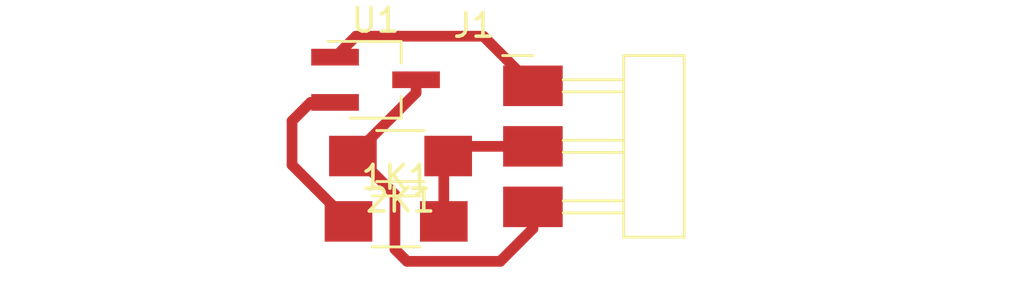
<source format=kicad_pcb>
(kicad_pcb (version 20211014) (generator pcbnew)
  (layers (0 "F.Cu" signal) (31 "B.Cu" signal) (34 "B.Paste" user) (35 "F.Paste" user) (36 "B.SilkS" user "B.Silkscreen") (37 "F.SilkS" user "F.Silkscreen") (38 "B.Mask" user) (39 "F.Mask" user) (44 "Edge.Cuts" user))
  (net 0 "")
  (net 1 "3.3V")
  (net 2 "Net-(1K1-Pad1)")
  (net 3 "GND")
  (net 4 "VCC")
  (footprint "fab:SOT-23W" (layer "F.Cu") (at 140.4112 93.1672)
    (fp_text reference "U1" (at 0 -2.5) (layer "F.SilkS"))
    (fp_text value "Sensor_Hall-Effect_Analog_A1324LLHLT-T")
    (fp_line (start -1.075 1.61) (end 1.075 1.61) (layer "F.SilkS") (width 0.12))
    (fp_line (start 1.075 0.7) (end 1.075 1.61) (layer "F.SilkS") (width 0.12))
    (fp_line (start -2 -1.61) (end 1.075 -1.61) (layer "F.SilkS") (width 0.12))
    (fp_line (start 1.075 -1.6) (end 1.075 -0.7) (layer "F.SilkS") (width 0.12))
    (pad "1" smd rect locked (at -1.7 -0.95) (size 2 0.7) (layers "F.Cu" "F.Paste" "F.Mask") (net 4 "VCC"))
    (pad "2" smd rect locked (at -1.7 0.95) (size 2 0.7) (layers "F.Cu" "F.Paste" "F.Mask") (net 2 "Net-(1K1-Pad1)"))
    (pad "3" smd rect locked (at 1.7 0) (size 2 0.7) (layers "F.Cu" "F.Paste" "F.Mask") (net 3 "GND"))
  )
  (footprint "fab:R_1206" (layer "F.Cu") (at 141.2748 99.1108)
    (fp_text reference "1K1" (at 0 -1.85) (layer "F.SilkS"))
    (fp_text value "R")
    (fp_line (start 1 1.07) (end -1 1.07) (layer "F.SilkS") (width 0.12))
    (fp_line (start -1 -1.07) (end 1 -1.07) (layer "F.SilkS") (width 0.12))
    (pad "1" smd rect locked (at -2 0) (size 2 1.7) (layers "F.Cu" "F.Paste" "F.Mask") (net 2 "Net-(1K1-Pad1)"))
    (pad "2" smd rect locked (at 2 0) (size 2 1.7) (layers "F.Cu" "F.Paste" "F.Mask") (net 1 "3.3V"))
  )
  (footprint "fab:PinHeader_1x03_P2.54mm_Horizontal_SMD" (layer "F.Cu") (at 147.0152 93.4212)
    (fp_text reference "J1" (at -1.524 -2.54) (layer "F.SilkS") (effects (justify right)))
    (fp_text value "Conn_PinHeader_1x03_P2.54mm_Horizontal_SMD")
    (fp_line (start 3.81 6.35) (end 3.81 -1.27) (layer "F.SilkS") (width 0.12))
    (fp_line (start 6.35 6.35) (end 3.81 6.35) (layer "F.SilkS") (width 0.12))
    (fp_line (start 6.35 -1.27) (end 6.35 6.35) (layer "F.SilkS") (width 0.12))
    (fp_line (start 3.81 0.254) (end 1.27 0.254) (layer "F.SilkS") (width 0.12))
    (fp_line (start 3.81 4.826) (end 1.27 4.826) (layer "F.SilkS") (width 0.12))
    (fp_line (start 3.81 5.334) (end 1.27 5.334) (layer "F.SilkS") (width 0.12))
    (fp_line (start 3.81 -0.254) (end 1.27 -0.254) (layer "F.SilkS") (width 0.12))
    (fp_line (start -1.27 -1.27) (end 0 -1.27) (layer "F.SilkS") (width 0.12))
    (fp_line (start 3.81 2.794) (end 1.27 2.794) (layer "F.SilkS") (width 0.12))
    (fp_line (start 3.81 -1.27) (end 6.35 -1.27) (layer "F.SilkS") (width 0.12))
    (fp_line (start 3.81 2.286) (end 1.27 2.286) (layer "F.SilkS") (width 0.12))
    (pad "1" smd rect locked (at 0 0) (size 2.5 1.7) (layers "F.Cu" "F.Paste" "F.Mask") (net 4 "VCC"))
    (pad "2" smd rect locked (at 0 2.54) (size 2.5 1.7) (layers "F.Cu" "F.Paste" "F.Mask") (net 1 "3.3V"))
    (pad "3" smd rect locked (at 0 5.08) (size 2.5 1.7) (layers "F.Cu" "F.Paste" "F.Mask") (net 3 "GND"))
  )
  (footprint "fab:R_1206" (layer "F.Cu") (at 141.4592 96.3676 180)
    (fp_text reference "2K1" (at 0 -1.85) (layer "F.SilkS"))
    (fp_text value "R")
    (fp_line (start 1 1.07) (end -1 1.07) (layer "F.SilkS") (width 0.12))
    (fp_line (start -1 -1.07) (end 1 -1.07) (layer "F.SilkS") (width 0.12))
    (pad "1" smd rect locked (at -2 0 180) (size 2 1.7) (layers "F.Cu" "F.Paste" "F.Mask") (net 1 "3.3V"))
    (pad "2" smd rect locked (at 2 0 180) (size 2 1.7) (layers "F.Cu" "F.Paste" "F.Mask") (net 3 "GND"))
  )
  (segment (start 143.2748 99.1108) (end 143.2748 96.552) (width 0.45) (layer "F.Cu") (net 1))
  (segment (start 143.2748 96.552) (end 143.4592 96.3676) (width 0.45) (layer "F.Cu") (net 1))
  (segment (start 143.8656 95.9612) (end 147.0152 95.9612) (width 0.45) (layer "F.Cu") (net 1))
  (segment (start 143.4592 96.3676) (end 143.8656 95.9612) (width 0.45) (layer "F.Cu") (net 1))
  (segment (start 136.906 94.8944) (end 136.906 96.742) (width 0.45) (layer "F.Cu") (net 2))
  (segment (start 138.7112 94.1172) (end 137.6832 94.1172) (width 0.45) (layer "F.Cu") (net 2))
  (segment (start 137.6832 94.1172) (end 136.906 94.8944) (width 0.45) (layer "F.Cu") (net 2))
  (segment (start 136.906 96.742) (end 139.2748 99.1108) (width 0.45) (layer "F.Cu") (net 2))
  (segment (start 139.6092 96.3676) (end 141.224 97.9824) (width 0.45) (layer "F.Cu") (net 3))
  (segment (start 141.224 97.9824) (end 141.224 100.2792) (width 0.45) (layer "F.Cu") (net 3))
  (segment (start 139.4592 96.3676) (end 139.6092 96.3676) (width 0.45) (layer "F.Cu") (net 3))
  (segment (start 141.224 100.2792) (end 141.732 100.7872) (width 0.45) (layer "F.Cu") (net 3))
  (segment (start 145.6436 100.7872) (end 147.0152 99.4156) (width 0.45) (layer "F.Cu") (net 3))
  (segment (start 142.1112 93.7156) (end 139.4592 96.3676) (width 0.45) (layer "F.Cu") (net 3))
  (segment (start 147.0152 99.4156) (end 147.0152 98.5012) (width 0.45) (layer "F.Cu") (net 3))
  (segment (start 142.1112 93.1672) (end 142.1112 93.7156) (width 0.45) (layer "F.Cu") (net 3))
  (segment (start 141.732 100.7872) (end 145.6436 100.7872) (width 0.45) (layer "F.Cu") (net 3))
  (segment (start 138.7112 92.2172) (end 139.59 91.3384) (width 0.45) (layer "F.Cu") (net 4))
  (segment (start 144.9324 91.3384) (end 147.0152 93.4212) (width 0.45) (layer "F.Cu") (net 4))
  (segment (start 139.59 91.3384) (end 144.9324 91.3384) (width 0.45) (layer "F.Cu") (net 4))
)
</source>
